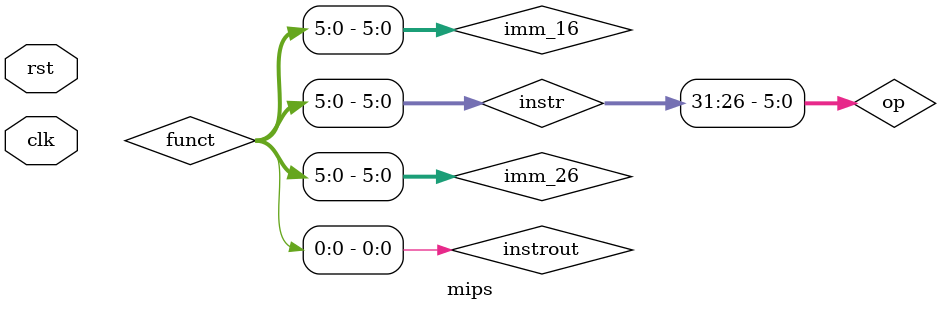
<source format=v>
module mips (clk,rst);
    input       clk;
    input       rst;
   //output [31:0] instrout;
    wire        zero;
    wire beqout;
    wire [2:0]  ALUctr;
    wire [1:0]  ExtOp;
   // wire [31:0] nPC;
    wire [31:0] PC_add_4;
    wire [4:0]  RS;
    wire [4:0]  RT;
    wire [4:0]  RD;
    wire [4:0]  SA;
    wire [15:0] imm_16;
    wire [25:0] imm_26;
   // wire [31:0] PC;
    wire [31:0] ALUout;
    wire [31:0] RS1out;
   // wire [31:0] RS2out;
    wire [31:0] instr;
    wire [31:0] PCout;
    wire [31:0] PCin;
    wire [31:0] DMout;
    wire [31:0] extout;
     wire [31:0] RS2out;
     wire [1:0] npc_sel;
     wire RegWrt;
     wire DMWrite;
     wire [5:0] op,funct;
      
      wire [4:0] mux4_5out;
      wire [31:0] mux4_32out;
      wire [31:0] mux2out;
      
      wire [1:0] mux4_32sel,mux4_5sel;
      wire mux2sel;
     
    assign instrout = instr;  
    assign op = instr[31:26];
    assign RS = instr[25:21];
    assign RT = instr[20:16];
    assign RD = instr[15:11];
    assign SA =  instr[10:6];       //shamt
    assign funct = instr[5:0];
    assign imm_16 = instr[15:0];
    assign imm_26 = instr[25:0];
    
    //module im_4k (addr,dout) ;
    im_4k U_IM(PCout[11:2],instr);
    
    //module dm_4k (addr,din,we,clk,dout );
    dm_4k U_DM( ALUout[11:2],RS2out,DMWrite,clk,DMout);
    
    //module nPC (imm_16,imm_26,PC,nPCop,nPC,PC_add_4);
    
    nPC U_nPC(imm_16,imm_26,PCout,npc_sel,PCin,PC_add_4); 
    
    
    //module PC (rst,clk,nPC,PC);
    PC U_PC (rst,clk,PCin,PCout);
    
    //module RegFile( CLK_I, RS1_I, RS2_I, RD_I, RegWr_I,WData_I,RS1_O, RS2_O);
    RegFile U_RF (clk,RS,RT,mux4_5out,RegWrt,mux4_32out,RS1out,RS2out);
    
    //module Alu( A, B, Ctrl, C, Zero,beqout );
    ALu U_ALU(RS1out,mux2out,ALUctr,ALUout,zero,beqout);
    
    //module Extender ( EXTop,imm16,extout);
    sign_Ext U_signExt(ExtOp,imm_16,extout);
    //module Mux_4_32 (muxSel,in1,in2,in3,in4,Mout);
     Mux_4_32 U_mux4_32(mux4_32sel,ALUout,DMout,PC_add_4,extout,mux4_32out);
    
     Mux_4_5 U_mux4_5(mux4_5sel,RT,RD,mux4_5out);
    
     Mux_2 U_mux2(mux2sel,RS2out,extout,mux2out);  
    
    
    //module ctrl (clk,rst,op,funct,beqout,ALUctr,DMWrite,npc_sel,RegWrt,ExtOp,mux4_5sel,mux4_32sel,mux2sel);
    ctrl U_CTRL(clk,rst,op,funct,beqout,ALUctr,DMWrite,npc_sel,RegWrt,ExtOp,mux4_5sel,mux4_32sel,mux2sel);
    
    
       

endmodule
</source>
